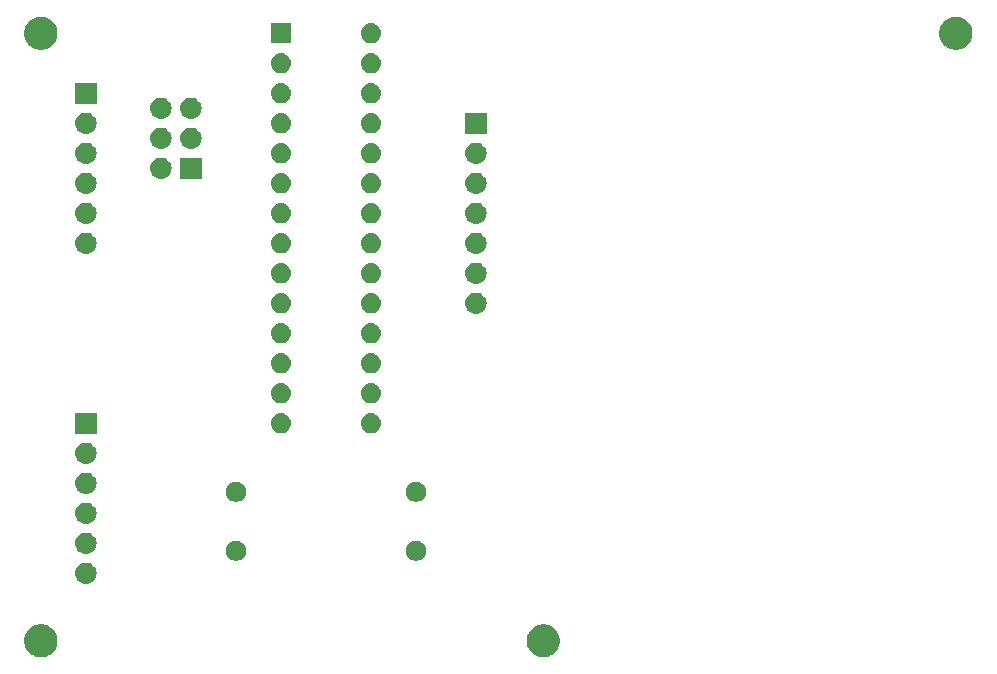
<source format=gbr>
G04 #@! TF.GenerationSoftware,KiCad,Pcbnew,5.1.4-3.fc30*
G04 #@! TF.CreationDate,2019-09-02T15:34:34-07:00*
G04 #@! TF.ProjectId,AR_20_JW_Rev2,41525f32-305f-44a5-975f-526576322e6b,rev?*
G04 #@! TF.SameCoordinates,Original*
G04 #@! TF.FileFunction,Soldermask,Bot*
G04 #@! TF.FilePolarity,Negative*
%FSLAX46Y46*%
G04 Gerber Fmt 4.6, Leading zero omitted, Abs format (unit mm)*
G04 Created by KiCad (PCBNEW 5.1.4-3.fc30) date 2019-09-02 15:34:34*
%MOMM*%
%LPD*%
G04 APERTURE LIST*
%ADD10C,0.100000*%
G04 APERTURE END LIST*
D10*
G36*
X150178433Y-124999893D02*
G01*
X150268657Y-125017839D01*
X150374267Y-125061585D01*
X150523621Y-125123449D01*
X150523622Y-125123450D01*
X150753086Y-125276772D01*
X150948228Y-125471914D01*
X151050675Y-125625237D01*
X151101551Y-125701379D01*
X151207161Y-125956344D01*
X151261000Y-126227012D01*
X151261000Y-126502988D01*
X151207161Y-126773656D01*
X151101551Y-127028621D01*
X151101550Y-127028622D01*
X150948228Y-127258086D01*
X150753086Y-127453228D01*
X150599763Y-127555675D01*
X150523621Y-127606551D01*
X150374267Y-127668415D01*
X150268657Y-127712161D01*
X150178433Y-127730107D01*
X149997988Y-127766000D01*
X149722012Y-127766000D01*
X149541567Y-127730107D01*
X149451343Y-127712161D01*
X149345733Y-127668415D01*
X149196379Y-127606551D01*
X149120237Y-127555675D01*
X148966914Y-127453228D01*
X148771772Y-127258086D01*
X148618450Y-127028622D01*
X148618449Y-127028621D01*
X148512839Y-126773656D01*
X148459000Y-126502988D01*
X148459000Y-126227012D01*
X148512839Y-125956344D01*
X148618449Y-125701379D01*
X148669325Y-125625237D01*
X148771772Y-125471914D01*
X148966914Y-125276772D01*
X149196378Y-125123450D01*
X149196379Y-125123449D01*
X149345733Y-125061585D01*
X149451343Y-125017839D01*
X149541567Y-124999893D01*
X149722012Y-124964000D01*
X149997988Y-124964000D01*
X150178433Y-124999893D01*
X150178433Y-124999893D01*
G37*
G36*
X107633433Y-124999893D02*
G01*
X107723657Y-125017839D01*
X107829267Y-125061585D01*
X107978621Y-125123449D01*
X107978622Y-125123450D01*
X108208086Y-125276772D01*
X108403228Y-125471914D01*
X108505675Y-125625237D01*
X108556551Y-125701379D01*
X108662161Y-125956344D01*
X108716000Y-126227012D01*
X108716000Y-126502988D01*
X108662161Y-126773656D01*
X108556551Y-127028621D01*
X108556550Y-127028622D01*
X108403228Y-127258086D01*
X108208086Y-127453228D01*
X108054763Y-127555675D01*
X107978621Y-127606551D01*
X107829267Y-127668415D01*
X107723657Y-127712161D01*
X107633433Y-127730107D01*
X107452988Y-127766000D01*
X107177012Y-127766000D01*
X106996567Y-127730107D01*
X106906343Y-127712161D01*
X106800733Y-127668415D01*
X106651379Y-127606551D01*
X106575237Y-127555675D01*
X106421914Y-127453228D01*
X106226772Y-127258086D01*
X106073450Y-127028622D01*
X106073449Y-127028621D01*
X105967839Y-126773656D01*
X105914000Y-126502988D01*
X105914000Y-126227012D01*
X105967839Y-125956344D01*
X106073449Y-125701379D01*
X106124325Y-125625237D01*
X106226772Y-125471914D01*
X106421914Y-125276772D01*
X106651378Y-125123450D01*
X106651379Y-125123449D01*
X106800733Y-125061585D01*
X106906343Y-125017839D01*
X106996567Y-124999893D01*
X107177012Y-124964000D01*
X107452988Y-124964000D01*
X107633433Y-124999893D01*
X107633433Y-124999893D01*
G37*
G36*
X111235442Y-119755518D02*
G01*
X111301627Y-119762037D01*
X111471466Y-119813557D01*
X111627991Y-119897222D01*
X111663729Y-119926552D01*
X111765186Y-120009814D01*
X111848448Y-120111271D01*
X111877778Y-120147009D01*
X111961443Y-120303534D01*
X112012963Y-120473373D01*
X112030359Y-120650000D01*
X112012963Y-120826627D01*
X111961443Y-120996466D01*
X111877778Y-121152991D01*
X111848448Y-121188729D01*
X111765186Y-121290186D01*
X111663729Y-121373448D01*
X111627991Y-121402778D01*
X111471466Y-121486443D01*
X111301627Y-121537963D01*
X111235443Y-121544481D01*
X111169260Y-121551000D01*
X111080740Y-121551000D01*
X111014557Y-121544481D01*
X110948373Y-121537963D01*
X110778534Y-121486443D01*
X110622009Y-121402778D01*
X110586271Y-121373448D01*
X110484814Y-121290186D01*
X110401552Y-121188729D01*
X110372222Y-121152991D01*
X110288557Y-120996466D01*
X110237037Y-120826627D01*
X110219641Y-120650000D01*
X110237037Y-120473373D01*
X110288557Y-120303534D01*
X110372222Y-120147009D01*
X110401552Y-120111271D01*
X110484814Y-120009814D01*
X110586271Y-119926552D01*
X110622009Y-119897222D01*
X110778534Y-119813557D01*
X110948373Y-119762037D01*
X111014558Y-119755518D01*
X111080740Y-119749000D01*
X111169260Y-119749000D01*
X111235442Y-119755518D01*
X111235442Y-119755518D01*
G37*
G36*
X124073228Y-117926703D02*
G01*
X124228100Y-117990853D01*
X124367481Y-118083985D01*
X124486015Y-118202519D01*
X124579147Y-118341900D01*
X124643297Y-118496772D01*
X124676000Y-118661184D01*
X124676000Y-118828816D01*
X124643297Y-118993228D01*
X124579147Y-119148100D01*
X124486015Y-119287481D01*
X124367481Y-119406015D01*
X124228100Y-119499147D01*
X124073228Y-119563297D01*
X123908816Y-119596000D01*
X123741184Y-119596000D01*
X123576772Y-119563297D01*
X123421900Y-119499147D01*
X123282519Y-119406015D01*
X123163985Y-119287481D01*
X123070853Y-119148100D01*
X123006703Y-118993228D01*
X122974000Y-118828816D01*
X122974000Y-118661184D01*
X123006703Y-118496772D01*
X123070853Y-118341900D01*
X123163985Y-118202519D01*
X123282519Y-118083985D01*
X123421900Y-117990853D01*
X123576772Y-117926703D01*
X123741184Y-117894000D01*
X123908816Y-117894000D01*
X124073228Y-117926703D01*
X124073228Y-117926703D01*
G37*
G36*
X139313228Y-117926703D02*
G01*
X139468100Y-117990853D01*
X139607481Y-118083985D01*
X139726015Y-118202519D01*
X139819147Y-118341900D01*
X139883297Y-118496772D01*
X139916000Y-118661184D01*
X139916000Y-118828816D01*
X139883297Y-118993228D01*
X139819147Y-119148100D01*
X139726015Y-119287481D01*
X139607481Y-119406015D01*
X139468100Y-119499147D01*
X139313228Y-119563297D01*
X139148816Y-119596000D01*
X138981184Y-119596000D01*
X138816772Y-119563297D01*
X138661900Y-119499147D01*
X138522519Y-119406015D01*
X138403985Y-119287481D01*
X138310853Y-119148100D01*
X138246703Y-118993228D01*
X138214000Y-118828816D01*
X138214000Y-118661184D01*
X138246703Y-118496772D01*
X138310853Y-118341900D01*
X138403985Y-118202519D01*
X138522519Y-118083985D01*
X138661900Y-117990853D01*
X138816772Y-117926703D01*
X138981184Y-117894000D01*
X139148816Y-117894000D01*
X139313228Y-117926703D01*
X139313228Y-117926703D01*
G37*
G36*
X111235443Y-117215519D02*
G01*
X111301627Y-117222037D01*
X111471466Y-117273557D01*
X111627991Y-117357222D01*
X111663729Y-117386552D01*
X111765186Y-117469814D01*
X111848448Y-117571271D01*
X111877778Y-117607009D01*
X111961443Y-117763534D01*
X112012963Y-117933373D01*
X112030359Y-118110000D01*
X112012963Y-118286627D01*
X111961443Y-118456466D01*
X111877778Y-118612991D01*
X111848448Y-118648729D01*
X111765186Y-118750186D01*
X111669375Y-118828815D01*
X111627991Y-118862778D01*
X111471466Y-118946443D01*
X111301627Y-118997963D01*
X111235443Y-119004481D01*
X111169260Y-119011000D01*
X111080740Y-119011000D01*
X111014557Y-119004481D01*
X110948373Y-118997963D01*
X110778534Y-118946443D01*
X110622009Y-118862778D01*
X110580625Y-118828815D01*
X110484814Y-118750186D01*
X110401552Y-118648729D01*
X110372222Y-118612991D01*
X110288557Y-118456466D01*
X110237037Y-118286627D01*
X110219641Y-118110000D01*
X110237037Y-117933373D01*
X110288557Y-117763534D01*
X110372222Y-117607009D01*
X110401552Y-117571271D01*
X110484814Y-117469814D01*
X110586271Y-117386552D01*
X110622009Y-117357222D01*
X110778534Y-117273557D01*
X110948373Y-117222037D01*
X111014557Y-117215519D01*
X111080740Y-117209000D01*
X111169260Y-117209000D01*
X111235443Y-117215519D01*
X111235443Y-117215519D01*
G37*
G36*
X111235443Y-114675519D02*
G01*
X111301627Y-114682037D01*
X111471466Y-114733557D01*
X111627991Y-114817222D01*
X111663729Y-114846552D01*
X111765186Y-114929814D01*
X111848448Y-115031271D01*
X111877778Y-115067009D01*
X111961443Y-115223534D01*
X112012963Y-115393373D01*
X112030359Y-115570000D01*
X112012963Y-115746627D01*
X111961443Y-115916466D01*
X111877778Y-116072991D01*
X111848448Y-116108729D01*
X111765186Y-116210186D01*
X111663729Y-116293448D01*
X111627991Y-116322778D01*
X111471466Y-116406443D01*
X111301627Y-116457963D01*
X111235442Y-116464482D01*
X111169260Y-116471000D01*
X111080740Y-116471000D01*
X111014558Y-116464482D01*
X110948373Y-116457963D01*
X110778534Y-116406443D01*
X110622009Y-116322778D01*
X110586271Y-116293448D01*
X110484814Y-116210186D01*
X110401552Y-116108729D01*
X110372222Y-116072991D01*
X110288557Y-115916466D01*
X110237037Y-115746627D01*
X110219641Y-115570000D01*
X110237037Y-115393373D01*
X110288557Y-115223534D01*
X110372222Y-115067009D01*
X110401552Y-115031271D01*
X110484814Y-114929814D01*
X110586271Y-114846552D01*
X110622009Y-114817222D01*
X110778534Y-114733557D01*
X110948373Y-114682037D01*
X111014557Y-114675519D01*
X111080740Y-114669000D01*
X111169260Y-114669000D01*
X111235443Y-114675519D01*
X111235443Y-114675519D01*
G37*
G36*
X124073228Y-112926703D02*
G01*
X124228100Y-112990853D01*
X124367481Y-113083985D01*
X124486015Y-113202519D01*
X124579147Y-113341900D01*
X124643297Y-113496772D01*
X124676000Y-113661184D01*
X124676000Y-113828816D01*
X124643297Y-113993228D01*
X124579147Y-114148100D01*
X124486015Y-114287481D01*
X124367481Y-114406015D01*
X124228100Y-114499147D01*
X124073228Y-114563297D01*
X123908816Y-114596000D01*
X123741184Y-114596000D01*
X123576772Y-114563297D01*
X123421900Y-114499147D01*
X123282519Y-114406015D01*
X123163985Y-114287481D01*
X123070853Y-114148100D01*
X123006703Y-113993228D01*
X122974000Y-113828816D01*
X122974000Y-113661184D01*
X123006703Y-113496772D01*
X123070853Y-113341900D01*
X123163985Y-113202519D01*
X123282519Y-113083985D01*
X123421900Y-112990853D01*
X123576772Y-112926703D01*
X123741184Y-112894000D01*
X123908816Y-112894000D01*
X124073228Y-112926703D01*
X124073228Y-112926703D01*
G37*
G36*
X139313228Y-112926703D02*
G01*
X139468100Y-112990853D01*
X139607481Y-113083985D01*
X139726015Y-113202519D01*
X139819147Y-113341900D01*
X139883297Y-113496772D01*
X139916000Y-113661184D01*
X139916000Y-113828816D01*
X139883297Y-113993228D01*
X139819147Y-114148100D01*
X139726015Y-114287481D01*
X139607481Y-114406015D01*
X139468100Y-114499147D01*
X139313228Y-114563297D01*
X139148816Y-114596000D01*
X138981184Y-114596000D01*
X138816772Y-114563297D01*
X138661900Y-114499147D01*
X138522519Y-114406015D01*
X138403985Y-114287481D01*
X138310853Y-114148100D01*
X138246703Y-113993228D01*
X138214000Y-113828816D01*
X138214000Y-113661184D01*
X138246703Y-113496772D01*
X138310853Y-113341900D01*
X138403985Y-113202519D01*
X138522519Y-113083985D01*
X138661900Y-112990853D01*
X138816772Y-112926703D01*
X138981184Y-112894000D01*
X139148816Y-112894000D01*
X139313228Y-112926703D01*
X139313228Y-112926703D01*
G37*
G36*
X111235443Y-112135519D02*
G01*
X111301627Y-112142037D01*
X111471466Y-112193557D01*
X111627991Y-112277222D01*
X111663729Y-112306552D01*
X111765186Y-112389814D01*
X111848448Y-112491271D01*
X111877778Y-112527009D01*
X111961443Y-112683534D01*
X112012963Y-112853373D01*
X112030359Y-113030000D01*
X112012963Y-113206627D01*
X111961443Y-113376466D01*
X111877778Y-113532991D01*
X111848448Y-113568729D01*
X111765186Y-113670186D01*
X111663729Y-113753448D01*
X111627991Y-113782778D01*
X111627989Y-113782779D01*
X111541863Y-113828815D01*
X111471466Y-113866443D01*
X111301627Y-113917963D01*
X111235443Y-113924481D01*
X111169260Y-113931000D01*
X111080740Y-113931000D01*
X111014557Y-113924481D01*
X110948373Y-113917963D01*
X110778534Y-113866443D01*
X110708138Y-113828815D01*
X110622011Y-113782779D01*
X110622009Y-113782778D01*
X110586271Y-113753448D01*
X110484814Y-113670186D01*
X110401552Y-113568729D01*
X110372222Y-113532991D01*
X110288557Y-113376466D01*
X110237037Y-113206627D01*
X110219641Y-113030000D01*
X110237037Y-112853373D01*
X110288557Y-112683534D01*
X110372222Y-112527009D01*
X110401552Y-112491271D01*
X110484814Y-112389814D01*
X110586271Y-112306552D01*
X110622009Y-112277222D01*
X110778534Y-112193557D01*
X110948373Y-112142037D01*
X111014557Y-112135519D01*
X111080740Y-112129000D01*
X111169260Y-112129000D01*
X111235443Y-112135519D01*
X111235443Y-112135519D01*
G37*
G36*
X111235442Y-109595518D02*
G01*
X111301627Y-109602037D01*
X111471466Y-109653557D01*
X111627991Y-109737222D01*
X111663729Y-109766552D01*
X111765186Y-109849814D01*
X111848448Y-109951271D01*
X111877778Y-109987009D01*
X111961443Y-110143534D01*
X112012963Y-110313373D01*
X112030359Y-110490000D01*
X112012963Y-110666627D01*
X111961443Y-110836466D01*
X111877778Y-110992991D01*
X111848448Y-111028729D01*
X111765186Y-111130186D01*
X111663729Y-111213448D01*
X111627991Y-111242778D01*
X111471466Y-111326443D01*
X111301627Y-111377963D01*
X111235443Y-111384481D01*
X111169260Y-111391000D01*
X111080740Y-111391000D01*
X111014557Y-111384481D01*
X110948373Y-111377963D01*
X110778534Y-111326443D01*
X110622009Y-111242778D01*
X110586271Y-111213448D01*
X110484814Y-111130186D01*
X110401552Y-111028729D01*
X110372222Y-110992991D01*
X110288557Y-110836466D01*
X110237037Y-110666627D01*
X110219641Y-110490000D01*
X110237037Y-110313373D01*
X110288557Y-110143534D01*
X110372222Y-109987009D01*
X110401552Y-109951271D01*
X110484814Y-109849814D01*
X110586271Y-109766552D01*
X110622009Y-109737222D01*
X110778534Y-109653557D01*
X110948373Y-109602037D01*
X111014558Y-109595518D01*
X111080740Y-109589000D01*
X111169260Y-109589000D01*
X111235442Y-109595518D01*
X111235442Y-109595518D01*
G37*
G36*
X112026000Y-108851000D02*
G01*
X110224000Y-108851000D01*
X110224000Y-107049000D01*
X112026000Y-107049000D01*
X112026000Y-108851000D01*
X112026000Y-108851000D01*
G37*
G36*
X135421823Y-107111313D02*
G01*
X135582242Y-107159976D01*
X135714906Y-107230886D01*
X135730078Y-107238996D01*
X135859659Y-107345341D01*
X135966004Y-107474922D01*
X135966005Y-107474924D01*
X136045024Y-107622758D01*
X136093687Y-107783177D01*
X136110117Y-107950000D01*
X136093687Y-108116823D01*
X136045024Y-108277242D01*
X135974114Y-108409906D01*
X135966004Y-108425078D01*
X135859659Y-108554659D01*
X135730078Y-108661004D01*
X135730076Y-108661005D01*
X135582242Y-108740024D01*
X135421823Y-108788687D01*
X135296804Y-108801000D01*
X135213196Y-108801000D01*
X135088177Y-108788687D01*
X134927758Y-108740024D01*
X134779924Y-108661005D01*
X134779922Y-108661004D01*
X134650341Y-108554659D01*
X134543996Y-108425078D01*
X134535886Y-108409906D01*
X134464976Y-108277242D01*
X134416313Y-108116823D01*
X134399883Y-107950000D01*
X134416313Y-107783177D01*
X134464976Y-107622758D01*
X134543995Y-107474924D01*
X134543996Y-107474922D01*
X134650341Y-107345341D01*
X134779922Y-107238996D01*
X134795094Y-107230886D01*
X134927758Y-107159976D01*
X135088177Y-107111313D01*
X135213196Y-107099000D01*
X135296804Y-107099000D01*
X135421823Y-107111313D01*
X135421823Y-107111313D01*
G37*
G36*
X127801823Y-107111313D02*
G01*
X127962242Y-107159976D01*
X128094906Y-107230886D01*
X128110078Y-107238996D01*
X128239659Y-107345341D01*
X128346004Y-107474922D01*
X128346005Y-107474924D01*
X128425024Y-107622758D01*
X128473687Y-107783177D01*
X128490117Y-107950000D01*
X128473687Y-108116823D01*
X128425024Y-108277242D01*
X128354114Y-108409906D01*
X128346004Y-108425078D01*
X128239659Y-108554659D01*
X128110078Y-108661004D01*
X128110076Y-108661005D01*
X127962242Y-108740024D01*
X127801823Y-108788687D01*
X127676804Y-108801000D01*
X127593196Y-108801000D01*
X127468177Y-108788687D01*
X127307758Y-108740024D01*
X127159924Y-108661005D01*
X127159922Y-108661004D01*
X127030341Y-108554659D01*
X126923996Y-108425078D01*
X126915886Y-108409906D01*
X126844976Y-108277242D01*
X126796313Y-108116823D01*
X126779883Y-107950000D01*
X126796313Y-107783177D01*
X126844976Y-107622758D01*
X126923995Y-107474924D01*
X126923996Y-107474922D01*
X127030341Y-107345341D01*
X127159922Y-107238996D01*
X127175094Y-107230886D01*
X127307758Y-107159976D01*
X127468177Y-107111313D01*
X127593196Y-107099000D01*
X127676804Y-107099000D01*
X127801823Y-107111313D01*
X127801823Y-107111313D01*
G37*
G36*
X135421823Y-104571313D02*
G01*
X135582242Y-104619976D01*
X135714906Y-104690886D01*
X135730078Y-104698996D01*
X135859659Y-104805341D01*
X135966004Y-104934922D01*
X135966005Y-104934924D01*
X136045024Y-105082758D01*
X136093687Y-105243177D01*
X136110117Y-105410000D01*
X136093687Y-105576823D01*
X136045024Y-105737242D01*
X135974114Y-105869906D01*
X135966004Y-105885078D01*
X135859659Y-106014659D01*
X135730078Y-106121004D01*
X135730076Y-106121005D01*
X135582242Y-106200024D01*
X135421823Y-106248687D01*
X135296804Y-106261000D01*
X135213196Y-106261000D01*
X135088177Y-106248687D01*
X134927758Y-106200024D01*
X134779924Y-106121005D01*
X134779922Y-106121004D01*
X134650341Y-106014659D01*
X134543996Y-105885078D01*
X134535886Y-105869906D01*
X134464976Y-105737242D01*
X134416313Y-105576823D01*
X134399883Y-105410000D01*
X134416313Y-105243177D01*
X134464976Y-105082758D01*
X134543995Y-104934924D01*
X134543996Y-104934922D01*
X134650341Y-104805341D01*
X134779922Y-104698996D01*
X134795094Y-104690886D01*
X134927758Y-104619976D01*
X135088177Y-104571313D01*
X135213196Y-104559000D01*
X135296804Y-104559000D01*
X135421823Y-104571313D01*
X135421823Y-104571313D01*
G37*
G36*
X127801823Y-104571313D02*
G01*
X127962242Y-104619976D01*
X128094906Y-104690886D01*
X128110078Y-104698996D01*
X128239659Y-104805341D01*
X128346004Y-104934922D01*
X128346005Y-104934924D01*
X128425024Y-105082758D01*
X128473687Y-105243177D01*
X128490117Y-105410000D01*
X128473687Y-105576823D01*
X128425024Y-105737242D01*
X128354114Y-105869906D01*
X128346004Y-105885078D01*
X128239659Y-106014659D01*
X128110078Y-106121004D01*
X128110076Y-106121005D01*
X127962242Y-106200024D01*
X127801823Y-106248687D01*
X127676804Y-106261000D01*
X127593196Y-106261000D01*
X127468177Y-106248687D01*
X127307758Y-106200024D01*
X127159924Y-106121005D01*
X127159922Y-106121004D01*
X127030341Y-106014659D01*
X126923996Y-105885078D01*
X126915886Y-105869906D01*
X126844976Y-105737242D01*
X126796313Y-105576823D01*
X126779883Y-105410000D01*
X126796313Y-105243177D01*
X126844976Y-105082758D01*
X126923995Y-104934924D01*
X126923996Y-104934922D01*
X127030341Y-104805341D01*
X127159922Y-104698996D01*
X127175094Y-104690886D01*
X127307758Y-104619976D01*
X127468177Y-104571313D01*
X127593196Y-104559000D01*
X127676804Y-104559000D01*
X127801823Y-104571313D01*
X127801823Y-104571313D01*
G37*
G36*
X127801823Y-102031313D02*
G01*
X127962242Y-102079976D01*
X128094906Y-102150886D01*
X128110078Y-102158996D01*
X128239659Y-102265341D01*
X128346004Y-102394922D01*
X128346005Y-102394924D01*
X128425024Y-102542758D01*
X128473687Y-102703177D01*
X128490117Y-102870000D01*
X128473687Y-103036823D01*
X128425024Y-103197242D01*
X128354114Y-103329906D01*
X128346004Y-103345078D01*
X128239659Y-103474659D01*
X128110078Y-103581004D01*
X128110076Y-103581005D01*
X127962242Y-103660024D01*
X127801823Y-103708687D01*
X127676804Y-103721000D01*
X127593196Y-103721000D01*
X127468177Y-103708687D01*
X127307758Y-103660024D01*
X127159924Y-103581005D01*
X127159922Y-103581004D01*
X127030341Y-103474659D01*
X126923996Y-103345078D01*
X126915886Y-103329906D01*
X126844976Y-103197242D01*
X126796313Y-103036823D01*
X126779883Y-102870000D01*
X126796313Y-102703177D01*
X126844976Y-102542758D01*
X126923995Y-102394924D01*
X126923996Y-102394922D01*
X127030341Y-102265341D01*
X127159922Y-102158996D01*
X127175094Y-102150886D01*
X127307758Y-102079976D01*
X127468177Y-102031313D01*
X127593196Y-102019000D01*
X127676804Y-102019000D01*
X127801823Y-102031313D01*
X127801823Y-102031313D01*
G37*
G36*
X135421823Y-102031313D02*
G01*
X135582242Y-102079976D01*
X135714906Y-102150886D01*
X135730078Y-102158996D01*
X135859659Y-102265341D01*
X135966004Y-102394922D01*
X135966005Y-102394924D01*
X136045024Y-102542758D01*
X136093687Y-102703177D01*
X136110117Y-102870000D01*
X136093687Y-103036823D01*
X136045024Y-103197242D01*
X135974114Y-103329906D01*
X135966004Y-103345078D01*
X135859659Y-103474659D01*
X135730078Y-103581004D01*
X135730076Y-103581005D01*
X135582242Y-103660024D01*
X135421823Y-103708687D01*
X135296804Y-103721000D01*
X135213196Y-103721000D01*
X135088177Y-103708687D01*
X134927758Y-103660024D01*
X134779924Y-103581005D01*
X134779922Y-103581004D01*
X134650341Y-103474659D01*
X134543996Y-103345078D01*
X134535886Y-103329906D01*
X134464976Y-103197242D01*
X134416313Y-103036823D01*
X134399883Y-102870000D01*
X134416313Y-102703177D01*
X134464976Y-102542758D01*
X134543995Y-102394924D01*
X134543996Y-102394922D01*
X134650341Y-102265341D01*
X134779922Y-102158996D01*
X134795094Y-102150886D01*
X134927758Y-102079976D01*
X135088177Y-102031313D01*
X135213196Y-102019000D01*
X135296804Y-102019000D01*
X135421823Y-102031313D01*
X135421823Y-102031313D01*
G37*
G36*
X127801823Y-99491313D02*
G01*
X127962242Y-99539976D01*
X128094906Y-99610886D01*
X128110078Y-99618996D01*
X128239659Y-99725341D01*
X128346004Y-99854922D01*
X128346005Y-99854924D01*
X128425024Y-100002758D01*
X128473687Y-100163177D01*
X128490117Y-100330000D01*
X128473687Y-100496823D01*
X128425024Y-100657242D01*
X128354114Y-100789906D01*
X128346004Y-100805078D01*
X128239659Y-100934659D01*
X128110078Y-101041004D01*
X128110076Y-101041005D01*
X127962242Y-101120024D01*
X127801823Y-101168687D01*
X127676804Y-101181000D01*
X127593196Y-101181000D01*
X127468177Y-101168687D01*
X127307758Y-101120024D01*
X127159924Y-101041005D01*
X127159922Y-101041004D01*
X127030341Y-100934659D01*
X126923996Y-100805078D01*
X126915886Y-100789906D01*
X126844976Y-100657242D01*
X126796313Y-100496823D01*
X126779883Y-100330000D01*
X126796313Y-100163177D01*
X126844976Y-100002758D01*
X126923995Y-99854924D01*
X126923996Y-99854922D01*
X127030341Y-99725341D01*
X127159922Y-99618996D01*
X127175094Y-99610886D01*
X127307758Y-99539976D01*
X127468177Y-99491313D01*
X127593196Y-99479000D01*
X127676804Y-99479000D01*
X127801823Y-99491313D01*
X127801823Y-99491313D01*
G37*
G36*
X135421823Y-99491313D02*
G01*
X135582242Y-99539976D01*
X135714906Y-99610886D01*
X135730078Y-99618996D01*
X135859659Y-99725341D01*
X135966004Y-99854922D01*
X135966005Y-99854924D01*
X136045024Y-100002758D01*
X136093687Y-100163177D01*
X136110117Y-100330000D01*
X136093687Y-100496823D01*
X136045024Y-100657242D01*
X135974114Y-100789906D01*
X135966004Y-100805078D01*
X135859659Y-100934659D01*
X135730078Y-101041004D01*
X135730076Y-101041005D01*
X135582242Y-101120024D01*
X135421823Y-101168687D01*
X135296804Y-101181000D01*
X135213196Y-101181000D01*
X135088177Y-101168687D01*
X134927758Y-101120024D01*
X134779924Y-101041005D01*
X134779922Y-101041004D01*
X134650341Y-100934659D01*
X134543996Y-100805078D01*
X134535886Y-100789906D01*
X134464976Y-100657242D01*
X134416313Y-100496823D01*
X134399883Y-100330000D01*
X134416313Y-100163177D01*
X134464976Y-100002758D01*
X134543995Y-99854924D01*
X134543996Y-99854922D01*
X134650341Y-99725341D01*
X134779922Y-99618996D01*
X134795094Y-99610886D01*
X134927758Y-99539976D01*
X135088177Y-99491313D01*
X135213196Y-99479000D01*
X135296804Y-99479000D01*
X135421823Y-99491313D01*
X135421823Y-99491313D01*
G37*
G36*
X144255442Y-96895518D02*
G01*
X144321627Y-96902037D01*
X144491466Y-96953557D01*
X144647991Y-97037222D01*
X144683729Y-97066552D01*
X144785186Y-97149814D01*
X144868448Y-97251271D01*
X144897778Y-97287009D01*
X144981443Y-97443534D01*
X145032963Y-97613373D01*
X145050359Y-97790000D01*
X145032963Y-97966627D01*
X144981443Y-98136466D01*
X144897778Y-98292991D01*
X144868448Y-98328729D01*
X144785186Y-98430186D01*
X144683729Y-98513448D01*
X144647991Y-98542778D01*
X144491466Y-98626443D01*
X144321627Y-98677963D01*
X144255442Y-98684482D01*
X144189260Y-98691000D01*
X144100740Y-98691000D01*
X144034558Y-98684482D01*
X143968373Y-98677963D01*
X143798534Y-98626443D01*
X143642009Y-98542778D01*
X143606271Y-98513448D01*
X143504814Y-98430186D01*
X143421552Y-98328729D01*
X143392222Y-98292991D01*
X143308557Y-98136466D01*
X143257037Y-97966627D01*
X143239641Y-97790000D01*
X143257037Y-97613373D01*
X143308557Y-97443534D01*
X143392222Y-97287009D01*
X143421552Y-97251271D01*
X143504814Y-97149814D01*
X143606271Y-97066552D01*
X143642009Y-97037222D01*
X143798534Y-96953557D01*
X143968373Y-96902037D01*
X144034558Y-96895518D01*
X144100740Y-96889000D01*
X144189260Y-96889000D01*
X144255442Y-96895518D01*
X144255442Y-96895518D01*
G37*
G36*
X127801823Y-96951313D02*
G01*
X127962242Y-96999976D01*
X128031922Y-97037221D01*
X128110078Y-97078996D01*
X128239659Y-97185341D01*
X128346004Y-97314922D01*
X128346005Y-97314924D01*
X128425024Y-97462758D01*
X128473687Y-97623177D01*
X128490117Y-97790000D01*
X128473687Y-97956823D01*
X128425024Y-98117242D01*
X128414747Y-98136468D01*
X128346004Y-98265078D01*
X128239659Y-98394659D01*
X128110078Y-98501004D01*
X128110076Y-98501005D01*
X127962242Y-98580024D01*
X127801823Y-98628687D01*
X127676804Y-98641000D01*
X127593196Y-98641000D01*
X127468177Y-98628687D01*
X127307758Y-98580024D01*
X127159924Y-98501005D01*
X127159922Y-98501004D01*
X127030341Y-98394659D01*
X126923996Y-98265078D01*
X126855253Y-98136468D01*
X126844976Y-98117242D01*
X126796313Y-97956823D01*
X126779883Y-97790000D01*
X126796313Y-97623177D01*
X126844976Y-97462758D01*
X126923995Y-97314924D01*
X126923996Y-97314922D01*
X127030341Y-97185341D01*
X127159922Y-97078996D01*
X127238078Y-97037221D01*
X127307758Y-96999976D01*
X127468177Y-96951313D01*
X127593196Y-96939000D01*
X127676804Y-96939000D01*
X127801823Y-96951313D01*
X127801823Y-96951313D01*
G37*
G36*
X135421823Y-96951313D02*
G01*
X135582242Y-96999976D01*
X135651922Y-97037221D01*
X135730078Y-97078996D01*
X135859659Y-97185341D01*
X135966004Y-97314922D01*
X135966005Y-97314924D01*
X136045024Y-97462758D01*
X136093687Y-97623177D01*
X136110117Y-97790000D01*
X136093687Y-97956823D01*
X136045024Y-98117242D01*
X136034747Y-98136468D01*
X135966004Y-98265078D01*
X135859659Y-98394659D01*
X135730078Y-98501004D01*
X135730076Y-98501005D01*
X135582242Y-98580024D01*
X135421823Y-98628687D01*
X135296804Y-98641000D01*
X135213196Y-98641000D01*
X135088177Y-98628687D01*
X134927758Y-98580024D01*
X134779924Y-98501005D01*
X134779922Y-98501004D01*
X134650341Y-98394659D01*
X134543996Y-98265078D01*
X134475253Y-98136468D01*
X134464976Y-98117242D01*
X134416313Y-97956823D01*
X134399883Y-97790000D01*
X134416313Y-97623177D01*
X134464976Y-97462758D01*
X134543995Y-97314924D01*
X134543996Y-97314922D01*
X134650341Y-97185341D01*
X134779922Y-97078996D01*
X134858078Y-97037221D01*
X134927758Y-96999976D01*
X135088177Y-96951313D01*
X135213196Y-96939000D01*
X135296804Y-96939000D01*
X135421823Y-96951313D01*
X135421823Y-96951313D01*
G37*
G36*
X144255442Y-94355518D02*
G01*
X144321627Y-94362037D01*
X144491466Y-94413557D01*
X144647991Y-94497222D01*
X144683729Y-94526552D01*
X144785186Y-94609814D01*
X144868448Y-94711271D01*
X144897778Y-94747009D01*
X144981443Y-94903534D01*
X145032963Y-95073373D01*
X145050359Y-95250000D01*
X145032963Y-95426627D01*
X144981443Y-95596466D01*
X144897778Y-95752991D01*
X144868448Y-95788729D01*
X144785186Y-95890186D01*
X144683729Y-95973448D01*
X144647991Y-96002778D01*
X144491466Y-96086443D01*
X144321627Y-96137963D01*
X144255443Y-96144481D01*
X144189260Y-96151000D01*
X144100740Y-96151000D01*
X144034558Y-96144482D01*
X143968373Y-96137963D01*
X143798534Y-96086443D01*
X143642009Y-96002778D01*
X143606271Y-95973448D01*
X143504814Y-95890186D01*
X143421552Y-95788729D01*
X143392222Y-95752991D01*
X143308557Y-95596466D01*
X143257037Y-95426627D01*
X143239641Y-95250000D01*
X143257037Y-95073373D01*
X143308557Y-94903534D01*
X143392222Y-94747009D01*
X143421552Y-94711271D01*
X143504814Y-94609814D01*
X143606271Y-94526552D01*
X143642009Y-94497222D01*
X143798534Y-94413557D01*
X143968373Y-94362037D01*
X144034557Y-94355519D01*
X144100740Y-94349000D01*
X144189260Y-94349000D01*
X144255442Y-94355518D01*
X144255442Y-94355518D01*
G37*
G36*
X135421823Y-94411313D02*
G01*
X135582242Y-94459976D01*
X135651922Y-94497221D01*
X135730078Y-94538996D01*
X135859659Y-94645341D01*
X135966004Y-94774922D01*
X135966005Y-94774924D01*
X136045024Y-94922758D01*
X136093687Y-95083177D01*
X136110117Y-95250000D01*
X136093687Y-95416823D01*
X136045024Y-95577242D01*
X136034747Y-95596468D01*
X135966004Y-95725078D01*
X135859659Y-95854659D01*
X135730078Y-95961004D01*
X135730076Y-95961005D01*
X135582242Y-96040024D01*
X135421823Y-96088687D01*
X135296804Y-96101000D01*
X135213196Y-96101000D01*
X135088177Y-96088687D01*
X134927758Y-96040024D01*
X134779924Y-95961005D01*
X134779922Y-95961004D01*
X134650341Y-95854659D01*
X134543996Y-95725078D01*
X134475253Y-95596468D01*
X134464976Y-95577242D01*
X134416313Y-95416823D01*
X134399883Y-95250000D01*
X134416313Y-95083177D01*
X134464976Y-94922758D01*
X134543995Y-94774924D01*
X134543996Y-94774922D01*
X134650341Y-94645341D01*
X134779922Y-94538996D01*
X134858078Y-94497221D01*
X134927758Y-94459976D01*
X135088177Y-94411313D01*
X135213196Y-94399000D01*
X135296804Y-94399000D01*
X135421823Y-94411313D01*
X135421823Y-94411313D01*
G37*
G36*
X127801823Y-94411313D02*
G01*
X127962242Y-94459976D01*
X128031922Y-94497221D01*
X128110078Y-94538996D01*
X128239659Y-94645341D01*
X128346004Y-94774922D01*
X128346005Y-94774924D01*
X128425024Y-94922758D01*
X128473687Y-95083177D01*
X128490117Y-95250000D01*
X128473687Y-95416823D01*
X128425024Y-95577242D01*
X128414747Y-95596468D01*
X128346004Y-95725078D01*
X128239659Y-95854659D01*
X128110078Y-95961004D01*
X128110076Y-95961005D01*
X127962242Y-96040024D01*
X127801823Y-96088687D01*
X127676804Y-96101000D01*
X127593196Y-96101000D01*
X127468177Y-96088687D01*
X127307758Y-96040024D01*
X127159924Y-95961005D01*
X127159922Y-95961004D01*
X127030341Y-95854659D01*
X126923996Y-95725078D01*
X126855253Y-95596468D01*
X126844976Y-95577242D01*
X126796313Y-95416823D01*
X126779883Y-95250000D01*
X126796313Y-95083177D01*
X126844976Y-94922758D01*
X126923995Y-94774924D01*
X126923996Y-94774922D01*
X127030341Y-94645341D01*
X127159922Y-94538996D01*
X127238078Y-94497221D01*
X127307758Y-94459976D01*
X127468177Y-94411313D01*
X127593196Y-94399000D01*
X127676804Y-94399000D01*
X127801823Y-94411313D01*
X127801823Y-94411313D01*
G37*
G36*
X144255442Y-91815518D02*
G01*
X144321627Y-91822037D01*
X144491466Y-91873557D01*
X144647991Y-91957222D01*
X144683729Y-91986552D01*
X144785186Y-92069814D01*
X144868448Y-92171271D01*
X144897778Y-92207009D01*
X144981443Y-92363534D01*
X145032963Y-92533373D01*
X145050359Y-92710000D01*
X145032963Y-92886627D01*
X144981443Y-93056466D01*
X144897778Y-93212991D01*
X144868448Y-93248729D01*
X144785186Y-93350186D01*
X144683729Y-93433448D01*
X144647991Y-93462778D01*
X144491466Y-93546443D01*
X144321627Y-93597963D01*
X144255442Y-93604482D01*
X144189260Y-93611000D01*
X144100740Y-93611000D01*
X144034557Y-93604481D01*
X143968373Y-93597963D01*
X143798534Y-93546443D01*
X143642009Y-93462778D01*
X143606271Y-93433448D01*
X143504814Y-93350186D01*
X143421552Y-93248729D01*
X143392222Y-93212991D01*
X143308557Y-93056466D01*
X143257037Y-92886627D01*
X143239641Y-92710000D01*
X143257037Y-92533373D01*
X143308557Y-92363534D01*
X143392222Y-92207009D01*
X143421552Y-92171271D01*
X143504814Y-92069814D01*
X143606271Y-91986552D01*
X143642009Y-91957222D01*
X143798534Y-91873557D01*
X143968373Y-91822037D01*
X144034558Y-91815518D01*
X144100740Y-91809000D01*
X144189260Y-91809000D01*
X144255442Y-91815518D01*
X144255442Y-91815518D01*
G37*
G36*
X111235442Y-91815518D02*
G01*
X111301627Y-91822037D01*
X111471466Y-91873557D01*
X111627991Y-91957222D01*
X111663729Y-91986552D01*
X111765186Y-92069814D01*
X111848448Y-92171271D01*
X111877778Y-92207009D01*
X111961443Y-92363534D01*
X112012963Y-92533373D01*
X112030359Y-92710000D01*
X112012963Y-92886627D01*
X111961443Y-93056466D01*
X111877778Y-93212991D01*
X111848448Y-93248729D01*
X111765186Y-93350186D01*
X111663729Y-93433448D01*
X111627991Y-93462778D01*
X111471466Y-93546443D01*
X111301627Y-93597963D01*
X111235443Y-93604481D01*
X111169260Y-93611000D01*
X111080740Y-93611000D01*
X111014557Y-93604481D01*
X110948373Y-93597963D01*
X110778534Y-93546443D01*
X110622009Y-93462778D01*
X110586271Y-93433448D01*
X110484814Y-93350186D01*
X110401552Y-93248729D01*
X110372222Y-93212991D01*
X110288557Y-93056466D01*
X110237037Y-92886627D01*
X110219641Y-92710000D01*
X110237037Y-92533373D01*
X110288557Y-92363534D01*
X110372222Y-92207009D01*
X110401552Y-92171271D01*
X110484814Y-92069814D01*
X110586271Y-91986552D01*
X110622009Y-91957222D01*
X110778534Y-91873557D01*
X110948373Y-91822037D01*
X111014558Y-91815518D01*
X111080740Y-91809000D01*
X111169260Y-91809000D01*
X111235442Y-91815518D01*
X111235442Y-91815518D01*
G37*
G36*
X135421823Y-91871313D02*
G01*
X135582242Y-91919976D01*
X135651922Y-91957221D01*
X135730078Y-91998996D01*
X135859659Y-92105341D01*
X135966004Y-92234922D01*
X135966005Y-92234924D01*
X136045024Y-92382758D01*
X136093687Y-92543177D01*
X136110117Y-92710000D01*
X136093687Y-92876823D01*
X136045024Y-93037242D01*
X136034747Y-93056468D01*
X135966004Y-93185078D01*
X135859659Y-93314659D01*
X135730078Y-93421004D01*
X135730076Y-93421005D01*
X135582242Y-93500024D01*
X135421823Y-93548687D01*
X135296804Y-93561000D01*
X135213196Y-93561000D01*
X135088177Y-93548687D01*
X134927758Y-93500024D01*
X134779924Y-93421005D01*
X134779922Y-93421004D01*
X134650341Y-93314659D01*
X134543996Y-93185078D01*
X134475253Y-93056468D01*
X134464976Y-93037242D01*
X134416313Y-92876823D01*
X134399883Y-92710000D01*
X134416313Y-92543177D01*
X134464976Y-92382758D01*
X134543995Y-92234924D01*
X134543996Y-92234922D01*
X134650341Y-92105341D01*
X134779922Y-91998996D01*
X134858078Y-91957221D01*
X134927758Y-91919976D01*
X135088177Y-91871313D01*
X135213196Y-91859000D01*
X135296804Y-91859000D01*
X135421823Y-91871313D01*
X135421823Y-91871313D01*
G37*
G36*
X127801823Y-91871313D02*
G01*
X127962242Y-91919976D01*
X128031922Y-91957221D01*
X128110078Y-91998996D01*
X128239659Y-92105341D01*
X128346004Y-92234922D01*
X128346005Y-92234924D01*
X128425024Y-92382758D01*
X128473687Y-92543177D01*
X128490117Y-92710000D01*
X128473687Y-92876823D01*
X128425024Y-93037242D01*
X128414747Y-93056468D01*
X128346004Y-93185078D01*
X128239659Y-93314659D01*
X128110078Y-93421004D01*
X128110076Y-93421005D01*
X127962242Y-93500024D01*
X127801823Y-93548687D01*
X127676804Y-93561000D01*
X127593196Y-93561000D01*
X127468177Y-93548687D01*
X127307758Y-93500024D01*
X127159924Y-93421005D01*
X127159922Y-93421004D01*
X127030341Y-93314659D01*
X126923996Y-93185078D01*
X126855253Y-93056468D01*
X126844976Y-93037242D01*
X126796313Y-92876823D01*
X126779883Y-92710000D01*
X126796313Y-92543177D01*
X126844976Y-92382758D01*
X126923995Y-92234924D01*
X126923996Y-92234922D01*
X127030341Y-92105341D01*
X127159922Y-91998996D01*
X127238078Y-91957221D01*
X127307758Y-91919976D01*
X127468177Y-91871313D01*
X127593196Y-91859000D01*
X127676804Y-91859000D01*
X127801823Y-91871313D01*
X127801823Y-91871313D01*
G37*
G36*
X144255443Y-89275519D02*
G01*
X144321627Y-89282037D01*
X144491466Y-89333557D01*
X144647991Y-89417222D01*
X144683729Y-89446552D01*
X144785186Y-89529814D01*
X144868448Y-89631271D01*
X144897778Y-89667009D01*
X144981443Y-89823534D01*
X145032963Y-89993373D01*
X145050359Y-90170000D01*
X145032963Y-90346627D01*
X144981443Y-90516466D01*
X144897778Y-90672991D01*
X144868448Y-90708729D01*
X144785186Y-90810186D01*
X144683729Y-90893448D01*
X144647991Y-90922778D01*
X144491466Y-91006443D01*
X144321627Y-91057963D01*
X144255442Y-91064482D01*
X144189260Y-91071000D01*
X144100740Y-91071000D01*
X144034558Y-91064482D01*
X143968373Y-91057963D01*
X143798534Y-91006443D01*
X143642009Y-90922778D01*
X143606271Y-90893448D01*
X143504814Y-90810186D01*
X143421552Y-90708729D01*
X143392222Y-90672991D01*
X143308557Y-90516466D01*
X143257037Y-90346627D01*
X143239641Y-90170000D01*
X143257037Y-89993373D01*
X143308557Y-89823534D01*
X143392222Y-89667009D01*
X143421552Y-89631271D01*
X143504814Y-89529814D01*
X143606271Y-89446552D01*
X143642009Y-89417222D01*
X143798534Y-89333557D01*
X143968373Y-89282037D01*
X144034557Y-89275519D01*
X144100740Y-89269000D01*
X144189260Y-89269000D01*
X144255443Y-89275519D01*
X144255443Y-89275519D01*
G37*
G36*
X111235443Y-89275519D02*
G01*
X111301627Y-89282037D01*
X111471466Y-89333557D01*
X111627991Y-89417222D01*
X111663729Y-89446552D01*
X111765186Y-89529814D01*
X111848448Y-89631271D01*
X111877778Y-89667009D01*
X111961443Y-89823534D01*
X112012963Y-89993373D01*
X112030359Y-90170000D01*
X112012963Y-90346627D01*
X111961443Y-90516466D01*
X111877778Y-90672991D01*
X111848448Y-90708729D01*
X111765186Y-90810186D01*
X111663729Y-90893448D01*
X111627991Y-90922778D01*
X111471466Y-91006443D01*
X111301627Y-91057963D01*
X111235442Y-91064482D01*
X111169260Y-91071000D01*
X111080740Y-91071000D01*
X111014558Y-91064482D01*
X110948373Y-91057963D01*
X110778534Y-91006443D01*
X110622009Y-90922778D01*
X110586271Y-90893448D01*
X110484814Y-90810186D01*
X110401552Y-90708729D01*
X110372222Y-90672991D01*
X110288557Y-90516466D01*
X110237037Y-90346627D01*
X110219641Y-90170000D01*
X110237037Y-89993373D01*
X110288557Y-89823534D01*
X110372222Y-89667009D01*
X110401552Y-89631271D01*
X110484814Y-89529814D01*
X110586271Y-89446552D01*
X110622009Y-89417222D01*
X110778534Y-89333557D01*
X110948373Y-89282037D01*
X111014557Y-89275519D01*
X111080740Y-89269000D01*
X111169260Y-89269000D01*
X111235443Y-89275519D01*
X111235443Y-89275519D01*
G37*
G36*
X127801823Y-89331313D02*
G01*
X127962242Y-89379976D01*
X128031922Y-89417221D01*
X128110078Y-89458996D01*
X128239659Y-89565341D01*
X128346004Y-89694922D01*
X128346005Y-89694924D01*
X128425024Y-89842758D01*
X128473687Y-90003177D01*
X128490117Y-90170000D01*
X128473687Y-90336823D01*
X128425024Y-90497242D01*
X128414747Y-90516468D01*
X128346004Y-90645078D01*
X128239659Y-90774659D01*
X128110078Y-90881004D01*
X128110076Y-90881005D01*
X127962242Y-90960024D01*
X127801823Y-91008687D01*
X127676804Y-91021000D01*
X127593196Y-91021000D01*
X127468177Y-91008687D01*
X127307758Y-90960024D01*
X127159924Y-90881005D01*
X127159922Y-90881004D01*
X127030341Y-90774659D01*
X126923996Y-90645078D01*
X126855253Y-90516468D01*
X126844976Y-90497242D01*
X126796313Y-90336823D01*
X126779883Y-90170000D01*
X126796313Y-90003177D01*
X126844976Y-89842758D01*
X126923995Y-89694924D01*
X126923996Y-89694922D01*
X127030341Y-89565341D01*
X127159922Y-89458996D01*
X127238078Y-89417221D01*
X127307758Y-89379976D01*
X127468177Y-89331313D01*
X127593196Y-89319000D01*
X127676804Y-89319000D01*
X127801823Y-89331313D01*
X127801823Y-89331313D01*
G37*
G36*
X135421823Y-89331313D02*
G01*
X135582242Y-89379976D01*
X135651922Y-89417221D01*
X135730078Y-89458996D01*
X135859659Y-89565341D01*
X135966004Y-89694922D01*
X135966005Y-89694924D01*
X136045024Y-89842758D01*
X136093687Y-90003177D01*
X136110117Y-90170000D01*
X136093687Y-90336823D01*
X136045024Y-90497242D01*
X136034747Y-90516468D01*
X135966004Y-90645078D01*
X135859659Y-90774659D01*
X135730078Y-90881004D01*
X135730076Y-90881005D01*
X135582242Y-90960024D01*
X135421823Y-91008687D01*
X135296804Y-91021000D01*
X135213196Y-91021000D01*
X135088177Y-91008687D01*
X134927758Y-90960024D01*
X134779924Y-90881005D01*
X134779922Y-90881004D01*
X134650341Y-90774659D01*
X134543996Y-90645078D01*
X134475253Y-90516468D01*
X134464976Y-90497242D01*
X134416313Y-90336823D01*
X134399883Y-90170000D01*
X134416313Y-90003177D01*
X134464976Y-89842758D01*
X134543995Y-89694924D01*
X134543996Y-89694922D01*
X134650341Y-89565341D01*
X134779922Y-89458996D01*
X134858078Y-89417221D01*
X134927758Y-89379976D01*
X135088177Y-89331313D01*
X135213196Y-89319000D01*
X135296804Y-89319000D01*
X135421823Y-89331313D01*
X135421823Y-89331313D01*
G37*
G36*
X144255442Y-86735518D02*
G01*
X144321627Y-86742037D01*
X144491466Y-86793557D01*
X144647991Y-86877222D01*
X144683729Y-86906552D01*
X144785186Y-86989814D01*
X144868448Y-87091271D01*
X144897778Y-87127009D01*
X144981443Y-87283534D01*
X145032963Y-87453373D01*
X145050359Y-87630000D01*
X145032963Y-87806627D01*
X144981443Y-87976466D01*
X144897778Y-88132991D01*
X144868448Y-88168729D01*
X144785186Y-88270186D01*
X144683729Y-88353448D01*
X144647991Y-88382778D01*
X144491466Y-88466443D01*
X144321627Y-88517963D01*
X144255442Y-88524482D01*
X144189260Y-88531000D01*
X144100740Y-88531000D01*
X144034558Y-88524482D01*
X143968373Y-88517963D01*
X143798534Y-88466443D01*
X143642009Y-88382778D01*
X143606271Y-88353448D01*
X143504814Y-88270186D01*
X143421552Y-88168729D01*
X143392222Y-88132991D01*
X143308557Y-87976466D01*
X143257037Y-87806627D01*
X143239641Y-87630000D01*
X143257037Y-87453373D01*
X143308557Y-87283534D01*
X143392222Y-87127009D01*
X143421552Y-87091271D01*
X143504814Y-86989814D01*
X143606271Y-86906552D01*
X143642009Y-86877222D01*
X143798534Y-86793557D01*
X143968373Y-86742037D01*
X144034558Y-86735518D01*
X144100740Y-86729000D01*
X144189260Y-86729000D01*
X144255442Y-86735518D01*
X144255442Y-86735518D01*
G37*
G36*
X111235442Y-86735518D02*
G01*
X111301627Y-86742037D01*
X111471466Y-86793557D01*
X111627991Y-86877222D01*
X111663729Y-86906552D01*
X111765186Y-86989814D01*
X111848448Y-87091271D01*
X111877778Y-87127009D01*
X111961443Y-87283534D01*
X112012963Y-87453373D01*
X112030359Y-87630000D01*
X112012963Y-87806627D01*
X111961443Y-87976466D01*
X111877778Y-88132991D01*
X111848448Y-88168729D01*
X111765186Y-88270186D01*
X111663729Y-88353448D01*
X111627991Y-88382778D01*
X111471466Y-88466443D01*
X111301627Y-88517963D01*
X111235442Y-88524482D01*
X111169260Y-88531000D01*
X111080740Y-88531000D01*
X111014558Y-88524482D01*
X110948373Y-88517963D01*
X110778534Y-88466443D01*
X110622009Y-88382778D01*
X110586271Y-88353448D01*
X110484814Y-88270186D01*
X110401552Y-88168729D01*
X110372222Y-88132991D01*
X110288557Y-87976466D01*
X110237037Y-87806627D01*
X110219641Y-87630000D01*
X110237037Y-87453373D01*
X110288557Y-87283534D01*
X110372222Y-87127009D01*
X110401552Y-87091271D01*
X110484814Y-86989814D01*
X110586271Y-86906552D01*
X110622009Y-86877222D01*
X110778534Y-86793557D01*
X110948373Y-86742037D01*
X111014558Y-86735518D01*
X111080740Y-86729000D01*
X111169260Y-86729000D01*
X111235442Y-86735518D01*
X111235442Y-86735518D01*
G37*
G36*
X135421823Y-86791313D02*
G01*
X135582242Y-86839976D01*
X135651922Y-86877221D01*
X135730078Y-86918996D01*
X135859659Y-87025341D01*
X135966004Y-87154922D01*
X135966005Y-87154924D01*
X136045024Y-87302758D01*
X136093687Y-87463177D01*
X136110117Y-87630000D01*
X136093687Y-87796823D01*
X136045024Y-87957242D01*
X136034747Y-87976468D01*
X135966004Y-88105078D01*
X135859659Y-88234659D01*
X135730078Y-88341004D01*
X135730076Y-88341005D01*
X135582242Y-88420024D01*
X135421823Y-88468687D01*
X135296804Y-88481000D01*
X135213196Y-88481000D01*
X135088177Y-88468687D01*
X134927758Y-88420024D01*
X134779924Y-88341005D01*
X134779922Y-88341004D01*
X134650341Y-88234659D01*
X134543996Y-88105078D01*
X134475253Y-87976468D01*
X134464976Y-87957242D01*
X134416313Y-87796823D01*
X134399883Y-87630000D01*
X134416313Y-87463177D01*
X134464976Y-87302758D01*
X134543995Y-87154924D01*
X134543996Y-87154922D01*
X134650341Y-87025341D01*
X134779922Y-86918996D01*
X134858078Y-86877221D01*
X134927758Y-86839976D01*
X135088177Y-86791313D01*
X135213196Y-86779000D01*
X135296804Y-86779000D01*
X135421823Y-86791313D01*
X135421823Y-86791313D01*
G37*
G36*
X127801823Y-86791313D02*
G01*
X127962242Y-86839976D01*
X128031922Y-86877221D01*
X128110078Y-86918996D01*
X128239659Y-87025341D01*
X128346004Y-87154922D01*
X128346005Y-87154924D01*
X128425024Y-87302758D01*
X128473687Y-87463177D01*
X128490117Y-87630000D01*
X128473687Y-87796823D01*
X128425024Y-87957242D01*
X128414747Y-87976468D01*
X128346004Y-88105078D01*
X128239659Y-88234659D01*
X128110078Y-88341004D01*
X128110076Y-88341005D01*
X127962242Y-88420024D01*
X127801823Y-88468687D01*
X127676804Y-88481000D01*
X127593196Y-88481000D01*
X127468177Y-88468687D01*
X127307758Y-88420024D01*
X127159924Y-88341005D01*
X127159922Y-88341004D01*
X127030341Y-88234659D01*
X126923996Y-88105078D01*
X126855253Y-87976468D01*
X126844976Y-87957242D01*
X126796313Y-87796823D01*
X126779883Y-87630000D01*
X126796313Y-87463177D01*
X126844976Y-87302758D01*
X126923995Y-87154924D01*
X126923996Y-87154922D01*
X127030341Y-87025341D01*
X127159922Y-86918996D01*
X127238078Y-86877221D01*
X127307758Y-86839976D01*
X127468177Y-86791313D01*
X127593196Y-86779000D01*
X127676804Y-86779000D01*
X127801823Y-86791313D01*
X127801823Y-86791313D01*
G37*
G36*
X117585442Y-85465518D02*
G01*
X117651627Y-85472037D01*
X117821466Y-85523557D01*
X117977991Y-85607222D01*
X118013729Y-85636552D01*
X118115186Y-85719814D01*
X118198448Y-85821271D01*
X118227778Y-85857009D01*
X118311443Y-86013534D01*
X118362963Y-86183373D01*
X118380359Y-86360000D01*
X118362963Y-86536627D01*
X118311443Y-86706466D01*
X118227778Y-86862991D01*
X118198448Y-86898729D01*
X118115186Y-87000186D01*
X118013729Y-87083448D01*
X117977991Y-87112778D01*
X117821466Y-87196443D01*
X117651627Y-87247963D01*
X117585442Y-87254482D01*
X117519260Y-87261000D01*
X117430740Y-87261000D01*
X117364558Y-87254482D01*
X117298373Y-87247963D01*
X117128534Y-87196443D01*
X116972009Y-87112778D01*
X116936271Y-87083448D01*
X116834814Y-87000186D01*
X116751552Y-86898729D01*
X116722222Y-86862991D01*
X116638557Y-86706466D01*
X116587037Y-86536627D01*
X116569641Y-86360000D01*
X116587037Y-86183373D01*
X116638557Y-86013534D01*
X116722222Y-85857009D01*
X116751552Y-85821271D01*
X116834814Y-85719814D01*
X116936271Y-85636552D01*
X116972009Y-85607222D01*
X117128534Y-85523557D01*
X117298373Y-85472037D01*
X117364558Y-85465518D01*
X117430740Y-85459000D01*
X117519260Y-85459000D01*
X117585442Y-85465518D01*
X117585442Y-85465518D01*
G37*
G36*
X120916000Y-87261000D02*
G01*
X119114000Y-87261000D01*
X119114000Y-85459000D01*
X120916000Y-85459000D01*
X120916000Y-87261000D01*
X120916000Y-87261000D01*
G37*
G36*
X144255442Y-84195518D02*
G01*
X144321627Y-84202037D01*
X144491466Y-84253557D01*
X144647991Y-84337222D01*
X144683729Y-84366552D01*
X144785186Y-84449814D01*
X144868448Y-84551271D01*
X144897778Y-84587009D01*
X144981443Y-84743534D01*
X145032963Y-84913373D01*
X145050359Y-85090000D01*
X145032963Y-85266627D01*
X144981443Y-85436466D01*
X144897778Y-85592991D01*
X144868448Y-85628729D01*
X144785186Y-85730186D01*
X144683729Y-85813448D01*
X144647991Y-85842778D01*
X144491466Y-85926443D01*
X144321627Y-85977963D01*
X144255442Y-85984482D01*
X144189260Y-85991000D01*
X144100740Y-85991000D01*
X144034558Y-85984482D01*
X143968373Y-85977963D01*
X143798534Y-85926443D01*
X143642009Y-85842778D01*
X143606271Y-85813448D01*
X143504814Y-85730186D01*
X143421552Y-85628729D01*
X143392222Y-85592991D01*
X143308557Y-85436466D01*
X143257037Y-85266627D01*
X143239641Y-85090000D01*
X143257037Y-84913373D01*
X143308557Y-84743534D01*
X143392222Y-84587009D01*
X143421552Y-84551271D01*
X143504814Y-84449814D01*
X143606271Y-84366552D01*
X143642009Y-84337222D01*
X143798534Y-84253557D01*
X143968373Y-84202037D01*
X144034558Y-84195518D01*
X144100740Y-84189000D01*
X144189260Y-84189000D01*
X144255442Y-84195518D01*
X144255442Y-84195518D01*
G37*
G36*
X111235442Y-84195518D02*
G01*
X111301627Y-84202037D01*
X111471466Y-84253557D01*
X111627991Y-84337222D01*
X111663729Y-84366552D01*
X111765186Y-84449814D01*
X111848448Y-84551271D01*
X111877778Y-84587009D01*
X111961443Y-84743534D01*
X112012963Y-84913373D01*
X112030359Y-85090000D01*
X112012963Y-85266627D01*
X111961443Y-85436466D01*
X111877778Y-85592991D01*
X111848448Y-85628729D01*
X111765186Y-85730186D01*
X111663729Y-85813448D01*
X111627991Y-85842778D01*
X111471466Y-85926443D01*
X111301627Y-85977963D01*
X111235442Y-85984482D01*
X111169260Y-85991000D01*
X111080740Y-85991000D01*
X111014558Y-85984482D01*
X110948373Y-85977963D01*
X110778534Y-85926443D01*
X110622009Y-85842778D01*
X110586271Y-85813448D01*
X110484814Y-85730186D01*
X110401552Y-85628729D01*
X110372222Y-85592991D01*
X110288557Y-85436466D01*
X110237037Y-85266627D01*
X110219641Y-85090000D01*
X110237037Y-84913373D01*
X110288557Y-84743534D01*
X110372222Y-84587009D01*
X110401552Y-84551271D01*
X110484814Y-84449814D01*
X110586271Y-84366552D01*
X110622009Y-84337222D01*
X110778534Y-84253557D01*
X110948373Y-84202037D01*
X111014558Y-84195518D01*
X111080740Y-84189000D01*
X111169260Y-84189000D01*
X111235442Y-84195518D01*
X111235442Y-84195518D01*
G37*
G36*
X127801823Y-84251313D02*
G01*
X127962242Y-84299976D01*
X128031922Y-84337221D01*
X128110078Y-84378996D01*
X128239659Y-84485341D01*
X128346004Y-84614922D01*
X128346005Y-84614924D01*
X128425024Y-84762758D01*
X128473687Y-84923177D01*
X128490117Y-85090000D01*
X128473687Y-85256823D01*
X128425024Y-85417242D01*
X128395735Y-85472037D01*
X128346004Y-85565078D01*
X128239659Y-85694659D01*
X128110078Y-85801004D01*
X128110076Y-85801005D01*
X127962242Y-85880024D01*
X127801823Y-85928687D01*
X127676804Y-85941000D01*
X127593196Y-85941000D01*
X127468177Y-85928687D01*
X127307758Y-85880024D01*
X127159924Y-85801005D01*
X127159922Y-85801004D01*
X127030341Y-85694659D01*
X126923996Y-85565078D01*
X126874265Y-85472037D01*
X126844976Y-85417242D01*
X126796313Y-85256823D01*
X126779883Y-85090000D01*
X126796313Y-84923177D01*
X126844976Y-84762758D01*
X126923995Y-84614924D01*
X126923996Y-84614922D01*
X127030341Y-84485341D01*
X127159922Y-84378996D01*
X127238078Y-84337221D01*
X127307758Y-84299976D01*
X127468177Y-84251313D01*
X127593196Y-84239000D01*
X127676804Y-84239000D01*
X127801823Y-84251313D01*
X127801823Y-84251313D01*
G37*
G36*
X135421823Y-84251313D02*
G01*
X135582242Y-84299976D01*
X135651922Y-84337221D01*
X135730078Y-84378996D01*
X135859659Y-84485341D01*
X135966004Y-84614922D01*
X135966005Y-84614924D01*
X136045024Y-84762758D01*
X136093687Y-84923177D01*
X136110117Y-85090000D01*
X136093687Y-85256823D01*
X136045024Y-85417242D01*
X136015735Y-85472037D01*
X135966004Y-85565078D01*
X135859659Y-85694659D01*
X135730078Y-85801004D01*
X135730076Y-85801005D01*
X135582242Y-85880024D01*
X135421823Y-85928687D01*
X135296804Y-85941000D01*
X135213196Y-85941000D01*
X135088177Y-85928687D01*
X134927758Y-85880024D01*
X134779924Y-85801005D01*
X134779922Y-85801004D01*
X134650341Y-85694659D01*
X134543996Y-85565078D01*
X134494265Y-85472037D01*
X134464976Y-85417242D01*
X134416313Y-85256823D01*
X134399883Y-85090000D01*
X134416313Y-84923177D01*
X134464976Y-84762758D01*
X134543995Y-84614924D01*
X134543996Y-84614922D01*
X134650341Y-84485341D01*
X134779922Y-84378996D01*
X134858078Y-84337221D01*
X134927758Y-84299976D01*
X135088177Y-84251313D01*
X135213196Y-84239000D01*
X135296804Y-84239000D01*
X135421823Y-84251313D01*
X135421823Y-84251313D01*
G37*
G36*
X117585443Y-82925519D02*
G01*
X117651627Y-82932037D01*
X117821466Y-82983557D01*
X117977991Y-83067222D01*
X118013729Y-83096552D01*
X118115186Y-83179814D01*
X118198448Y-83281271D01*
X118227778Y-83317009D01*
X118311443Y-83473534D01*
X118362963Y-83643373D01*
X118380359Y-83820000D01*
X118362963Y-83996627D01*
X118311443Y-84166466D01*
X118227778Y-84322991D01*
X118198448Y-84358729D01*
X118115186Y-84460186D01*
X118013729Y-84543448D01*
X117977991Y-84572778D01*
X117821466Y-84656443D01*
X117651627Y-84707963D01*
X117585443Y-84714481D01*
X117519260Y-84721000D01*
X117430740Y-84721000D01*
X117364557Y-84714481D01*
X117298373Y-84707963D01*
X117128534Y-84656443D01*
X116972009Y-84572778D01*
X116936271Y-84543448D01*
X116834814Y-84460186D01*
X116751552Y-84358729D01*
X116722222Y-84322991D01*
X116638557Y-84166466D01*
X116587037Y-83996627D01*
X116569641Y-83820000D01*
X116587037Y-83643373D01*
X116638557Y-83473534D01*
X116722222Y-83317009D01*
X116751552Y-83281271D01*
X116834814Y-83179814D01*
X116936271Y-83096552D01*
X116972009Y-83067222D01*
X117128534Y-82983557D01*
X117298373Y-82932037D01*
X117364557Y-82925519D01*
X117430740Y-82919000D01*
X117519260Y-82919000D01*
X117585443Y-82925519D01*
X117585443Y-82925519D01*
G37*
G36*
X120125443Y-82925519D02*
G01*
X120191627Y-82932037D01*
X120361466Y-82983557D01*
X120517991Y-83067222D01*
X120553729Y-83096552D01*
X120655186Y-83179814D01*
X120738448Y-83281271D01*
X120767778Y-83317009D01*
X120851443Y-83473534D01*
X120902963Y-83643373D01*
X120920359Y-83820000D01*
X120902963Y-83996627D01*
X120851443Y-84166466D01*
X120767778Y-84322991D01*
X120738448Y-84358729D01*
X120655186Y-84460186D01*
X120553729Y-84543448D01*
X120517991Y-84572778D01*
X120361466Y-84656443D01*
X120191627Y-84707963D01*
X120125443Y-84714481D01*
X120059260Y-84721000D01*
X119970740Y-84721000D01*
X119904557Y-84714481D01*
X119838373Y-84707963D01*
X119668534Y-84656443D01*
X119512009Y-84572778D01*
X119476271Y-84543448D01*
X119374814Y-84460186D01*
X119291552Y-84358729D01*
X119262222Y-84322991D01*
X119178557Y-84166466D01*
X119127037Y-83996627D01*
X119109641Y-83820000D01*
X119127037Y-83643373D01*
X119178557Y-83473534D01*
X119262222Y-83317009D01*
X119291552Y-83281271D01*
X119374814Y-83179814D01*
X119476271Y-83096552D01*
X119512009Y-83067222D01*
X119668534Y-82983557D01*
X119838373Y-82932037D01*
X119904557Y-82925519D01*
X119970740Y-82919000D01*
X120059260Y-82919000D01*
X120125443Y-82925519D01*
X120125443Y-82925519D01*
G37*
G36*
X111235443Y-81655519D02*
G01*
X111301627Y-81662037D01*
X111471466Y-81713557D01*
X111627991Y-81797222D01*
X111663729Y-81826552D01*
X111765186Y-81909814D01*
X111848448Y-82011271D01*
X111877778Y-82047009D01*
X111961443Y-82203534D01*
X112012963Y-82373373D01*
X112030359Y-82550000D01*
X112012963Y-82726627D01*
X111961443Y-82896466D01*
X111877778Y-83052991D01*
X111848448Y-83088729D01*
X111765186Y-83190186D01*
X111663729Y-83273448D01*
X111627991Y-83302778D01*
X111471466Y-83386443D01*
X111301627Y-83437963D01*
X111235443Y-83444481D01*
X111169260Y-83451000D01*
X111080740Y-83451000D01*
X111014557Y-83444481D01*
X110948373Y-83437963D01*
X110778534Y-83386443D01*
X110622009Y-83302778D01*
X110586271Y-83273448D01*
X110484814Y-83190186D01*
X110401552Y-83088729D01*
X110372222Y-83052991D01*
X110288557Y-82896466D01*
X110237037Y-82726627D01*
X110219641Y-82550000D01*
X110237037Y-82373373D01*
X110288557Y-82203534D01*
X110372222Y-82047009D01*
X110401552Y-82011271D01*
X110484814Y-81909814D01*
X110586271Y-81826552D01*
X110622009Y-81797222D01*
X110778534Y-81713557D01*
X110948373Y-81662037D01*
X111014557Y-81655519D01*
X111080740Y-81649000D01*
X111169260Y-81649000D01*
X111235443Y-81655519D01*
X111235443Y-81655519D01*
G37*
G36*
X145046000Y-83451000D02*
G01*
X143244000Y-83451000D01*
X143244000Y-81649000D01*
X145046000Y-81649000D01*
X145046000Y-83451000D01*
X145046000Y-83451000D01*
G37*
G36*
X135421823Y-81711313D02*
G01*
X135582242Y-81759976D01*
X135651922Y-81797221D01*
X135730078Y-81838996D01*
X135859659Y-81945341D01*
X135966004Y-82074922D01*
X135966005Y-82074924D01*
X136045024Y-82222758D01*
X136093687Y-82383177D01*
X136110117Y-82550000D01*
X136093687Y-82716823D01*
X136045024Y-82877242D01*
X136015735Y-82932037D01*
X135966004Y-83025078D01*
X135859659Y-83154659D01*
X135730078Y-83261004D01*
X135730076Y-83261005D01*
X135582242Y-83340024D01*
X135421823Y-83388687D01*
X135296804Y-83401000D01*
X135213196Y-83401000D01*
X135088177Y-83388687D01*
X134927758Y-83340024D01*
X134779924Y-83261005D01*
X134779922Y-83261004D01*
X134650341Y-83154659D01*
X134543996Y-83025078D01*
X134494265Y-82932037D01*
X134464976Y-82877242D01*
X134416313Y-82716823D01*
X134399883Y-82550000D01*
X134416313Y-82383177D01*
X134464976Y-82222758D01*
X134543995Y-82074924D01*
X134543996Y-82074922D01*
X134650341Y-81945341D01*
X134779922Y-81838996D01*
X134858078Y-81797221D01*
X134927758Y-81759976D01*
X135088177Y-81711313D01*
X135213196Y-81699000D01*
X135296804Y-81699000D01*
X135421823Y-81711313D01*
X135421823Y-81711313D01*
G37*
G36*
X127801823Y-81711313D02*
G01*
X127962242Y-81759976D01*
X128031922Y-81797221D01*
X128110078Y-81838996D01*
X128239659Y-81945341D01*
X128346004Y-82074922D01*
X128346005Y-82074924D01*
X128425024Y-82222758D01*
X128473687Y-82383177D01*
X128490117Y-82550000D01*
X128473687Y-82716823D01*
X128425024Y-82877242D01*
X128395735Y-82932037D01*
X128346004Y-83025078D01*
X128239659Y-83154659D01*
X128110078Y-83261004D01*
X128110076Y-83261005D01*
X127962242Y-83340024D01*
X127801823Y-83388687D01*
X127676804Y-83401000D01*
X127593196Y-83401000D01*
X127468177Y-83388687D01*
X127307758Y-83340024D01*
X127159924Y-83261005D01*
X127159922Y-83261004D01*
X127030341Y-83154659D01*
X126923996Y-83025078D01*
X126874265Y-82932037D01*
X126844976Y-82877242D01*
X126796313Y-82716823D01*
X126779883Y-82550000D01*
X126796313Y-82383177D01*
X126844976Y-82222758D01*
X126923995Y-82074924D01*
X126923996Y-82074922D01*
X127030341Y-81945341D01*
X127159922Y-81838996D01*
X127238078Y-81797221D01*
X127307758Y-81759976D01*
X127468177Y-81711313D01*
X127593196Y-81699000D01*
X127676804Y-81699000D01*
X127801823Y-81711313D01*
X127801823Y-81711313D01*
G37*
G36*
X120125442Y-80385518D02*
G01*
X120191627Y-80392037D01*
X120361466Y-80443557D01*
X120517991Y-80527222D01*
X120553729Y-80556552D01*
X120655186Y-80639814D01*
X120738448Y-80741271D01*
X120767778Y-80777009D01*
X120851443Y-80933534D01*
X120902963Y-81103373D01*
X120920359Y-81280000D01*
X120902963Y-81456627D01*
X120851443Y-81626466D01*
X120767778Y-81782991D01*
X120738448Y-81818729D01*
X120655186Y-81920186D01*
X120553729Y-82003448D01*
X120517991Y-82032778D01*
X120361466Y-82116443D01*
X120191627Y-82167963D01*
X120125443Y-82174481D01*
X120059260Y-82181000D01*
X119970740Y-82181000D01*
X119904557Y-82174481D01*
X119838373Y-82167963D01*
X119668534Y-82116443D01*
X119512009Y-82032778D01*
X119476271Y-82003448D01*
X119374814Y-81920186D01*
X119291552Y-81818729D01*
X119262222Y-81782991D01*
X119178557Y-81626466D01*
X119127037Y-81456627D01*
X119109641Y-81280000D01*
X119127037Y-81103373D01*
X119178557Y-80933534D01*
X119262222Y-80777009D01*
X119291552Y-80741271D01*
X119374814Y-80639814D01*
X119476271Y-80556552D01*
X119512009Y-80527222D01*
X119668534Y-80443557D01*
X119838373Y-80392037D01*
X119904558Y-80385518D01*
X119970740Y-80379000D01*
X120059260Y-80379000D01*
X120125442Y-80385518D01*
X120125442Y-80385518D01*
G37*
G36*
X117585442Y-80385518D02*
G01*
X117651627Y-80392037D01*
X117821466Y-80443557D01*
X117977991Y-80527222D01*
X118013729Y-80556552D01*
X118115186Y-80639814D01*
X118198448Y-80741271D01*
X118227778Y-80777009D01*
X118311443Y-80933534D01*
X118362963Y-81103373D01*
X118380359Y-81280000D01*
X118362963Y-81456627D01*
X118311443Y-81626466D01*
X118227778Y-81782991D01*
X118198448Y-81818729D01*
X118115186Y-81920186D01*
X118013729Y-82003448D01*
X117977991Y-82032778D01*
X117821466Y-82116443D01*
X117651627Y-82167963D01*
X117585443Y-82174481D01*
X117519260Y-82181000D01*
X117430740Y-82181000D01*
X117364557Y-82174481D01*
X117298373Y-82167963D01*
X117128534Y-82116443D01*
X116972009Y-82032778D01*
X116936271Y-82003448D01*
X116834814Y-81920186D01*
X116751552Y-81818729D01*
X116722222Y-81782991D01*
X116638557Y-81626466D01*
X116587037Y-81456627D01*
X116569641Y-81280000D01*
X116587037Y-81103373D01*
X116638557Y-80933534D01*
X116722222Y-80777009D01*
X116751552Y-80741271D01*
X116834814Y-80639814D01*
X116936271Y-80556552D01*
X116972009Y-80527222D01*
X117128534Y-80443557D01*
X117298373Y-80392037D01*
X117364558Y-80385518D01*
X117430740Y-80379000D01*
X117519260Y-80379000D01*
X117585442Y-80385518D01*
X117585442Y-80385518D01*
G37*
G36*
X112026000Y-80911000D02*
G01*
X110224000Y-80911000D01*
X110224000Y-79109000D01*
X112026000Y-79109000D01*
X112026000Y-80911000D01*
X112026000Y-80911000D01*
G37*
G36*
X135421823Y-79171313D02*
G01*
X135582242Y-79219976D01*
X135714906Y-79290886D01*
X135730078Y-79298996D01*
X135859659Y-79405341D01*
X135966004Y-79534922D01*
X135966005Y-79534924D01*
X136045024Y-79682758D01*
X136093687Y-79843177D01*
X136110117Y-80010000D01*
X136093687Y-80176823D01*
X136045024Y-80337242D01*
X136015735Y-80392037D01*
X135966004Y-80485078D01*
X135859659Y-80614659D01*
X135730078Y-80721004D01*
X135730076Y-80721005D01*
X135582242Y-80800024D01*
X135421823Y-80848687D01*
X135296804Y-80861000D01*
X135213196Y-80861000D01*
X135088177Y-80848687D01*
X134927758Y-80800024D01*
X134779924Y-80721005D01*
X134779922Y-80721004D01*
X134650341Y-80614659D01*
X134543996Y-80485078D01*
X134494265Y-80392037D01*
X134464976Y-80337242D01*
X134416313Y-80176823D01*
X134399883Y-80010000D01*
X134416313Y-79843177D01*
X134464976Y-79682758D01*
X134543995Y-79534924D01*
X134543996Y-79534922D01*
X134650341Y-79405341D01*
X134779922Y-79298996D01*
X134795094Y-79290886D01*
X134927758Y-79219976D01*
X135088177Y-79171313D01*
X135213196Y-79159000D01*
X135296804Y-79159000D01*
X135421823Y-79171313D01*
X135421823Y-79171313D01*
G37*
G36*
X127801823Y-79171313D02*
G01*
X127962242Y-79219976D01*
X128094906Y-79290886D01*
X128110078Y-79298996D01*
X128239659Y-79405341D01*
X128346004Y-79534922D01*
X128346005Y-79534924D01*
X128425024Y-79682758D01*
X128473687Y-79843177D01*
X128490117Y-80010000D01*
X128473687Y-80176823D01*
X128425024Y-80337242D01*
X128395735Y-80392037D01*
X128346004Y-80485078D01*
X128239659Y-80614659D01*
X128110078Y-80721004D01*
X128110076Y-80721005D01*
X127962242Y-80800024D01*
X127801823Y-80848687D01*
X127676804Y-80861000D01*
X127593196Y-80861000D01*
X127468177Y-80848687D01*
X127307758Y-80800024D01*
X127159924Y-80721005D01*
X127159922Y-80721004D01*
X127030341Y-80614659D01*
X126923996Y-80485078D01*
X126874265Y-80392037D01*
X126844976Y-80337242D01*
X126796313Y-80176823D01*
X126779883Y-80010000D01*
X126796313Y-79843177D01*
X126844976Y-79682758D01*
X126923995Y-79534924D01*
X126923996Y-79534922D01*
X127030341Y-79405341D01*
X127159922Y-79298996D01*
X127175094Y-79290886D01*
X127307758Y-79219976D01*
X127468177Y-79171313D01*
X127593196Y-79159000D01*
X127676804Y-79159000D01*
X127801823Y-79171313D01*
X127801823Y-79171313D01*
G37*
G36*
X135421823Y-76631313D02*
G01*
X135582242Y-76679976D01*
X135714906Y-76750886D01*
X135730078Y-76758996D01*
X135859659Y-76865341D01*
X135966004Y-76994922D01*
X135966005Y-76994924D01*
X136045024Y-77142758D01*
X136093687Y-77303177D01*
X136110117Y-77470000D01*
X136093687Y-77636823D01*
X136045024Y-77797242D01*
X135974114Y-77929906D01*
X135966004Y-77945078D01*
X135859659Y-78074659D01*
X135730078Y-78181004D01*
X135730076Y-78181005D01*
X135582242Y-78260024D01*
X135421823Y-78308687D01*
X135296804Y-78321000D01*
X135213196Y-78321000D01*
X135088177Y-78308687D01*
X134927758Y-78260024D01*
X134779924Y-78181005D01*
X134779922Y-78181004D01*
X134650341Y-78074659D01*
X134543996Y-77945078D01*
X134535886Y-77929906D01*
X134464976Y-77797242D01*
X134416313Y-77636823D01*
X134399883Y-77470000D01*
X134416313Y-77303177D01*
X134464976Y-77142758D01*
X134543995Y-76994924D01*
X134543996Y-76994922D01*
X134650341Y-76865341D01*
X134779922Y-76758996D01*
X134795094Y-76750886D01*
X134927758Y-76679976D01*
X135088177Y-76631313D01*
X135213196Y-76619000D01*
X135296804Y-76619000D01*
X135421823Y-76631313D01*
X135421823Y-76631313D01*
G37*
G36*
X127801823Y-76631313D02*
G01*
X127962242Y-76679976D01*
X128094906Y-76750886D01*
X128110078Y-76758996D01*
X128239659Y-76865341D01*
X128346004Y-76994922D01*
X128346005Y-76994924D01*
X128425024Y-77142758D01*
X128473687Y-77303177D01*
X128490117Y-77470000D01*
X128473687Y-77636823D01*
X128425024Y-77797242D01*
X128354114Y-77929906D01*
X128346004Y-77945078D01*
X128239659Y-78074659D01*
X128110078Y-78181004D01*
X128110076Y-78181005D01*
X127962242Y-78260024D01*
X127801823Y-78308687D01*
X127676804Y-78321000D01*
X127593196Y-78321000D01*
X127468177Y-78308687D01*
X127307758Y-78260024D01*
X127159924Y-78181005D01*
X127159922Y-78181004D01*
X127030341Y-78074659D01*
X126923996Y-77945078D01*
X126915886Y-77929906D01*
X126844976Y-77797242D01*
X126796313Y-77636823D01*
X126779883Y-77470000D01*
X126796313Y-77303177D01*
X126844976Y-77142758D01*
X126923995Y-76994924D01*
X126923996Y-76994922D01*
X127030341Y-76865341D01*
X127159922Y-76758996D01*
X127175094Y-76750886D01*
X127307758Y-76679976D01*
X127468177Y-76631313D01*
X127593196Y-76619000D01*
X127676804Y-76619000D01*
X127801823Y-76631313D01*
X127801823Y-76631313D01*
G37*
G36*
X185103433Y-73564893D02*
G01*
X185193657Y-73582839D01*
X185299267Y-73626585D01*
X185448621Y-73688449D01*
X185448622Y-73688450D01*
X185678086Y-73841772D01*
X185873228Y-74036914D01*
X185942091Y-74139975D01*
X186026551Y-74266379D01*
X186132161Y-74521344D01*
X186186000Y-74792012D01*
X186186000Y-75067988D01*
X186132161Y-75338656D01*
X186026551Y-75593621D01*
X186026550Y-75593622D01*
X185873228Y-75823086D01*
X185678086Y-76018228D01*
X185524763Y-76120675D01*
X185448621Y-76171551D01*
X185299267Y-76233415D01*
X185193657Y-76277161D01*
X185103433Y-76295107D01*
X184922988Y-76331000D01*
X184647012Y-76331000D01*
X184466567Y-76295107D01*
X184376343Y-76277161D01*
X184270733Y-76233415D01*
X184121379Y-76171551D01*
X184045237Y-76120675D01*
X183891914Y-76018228D01*
X183696772Y-75823086D01*
X183543450Y-75593622D01*
X183543449Y-75593621D01*
X183437839Y-75338656D01*
X183384000Y-75067988D01*
X183384000Y-74792012D01*
X183437839Y-74521344D01*
X183543449Y-74266379D01*
X183627909Y-74139975D01*
X183696772Y-74036914D01*
X183891914Y-73841772D01*
X184121378Y-73688450D01*
X184121379Y-73688449D01*
X184270733Y-73626585D01*
X184376343Y-73582839D01*
X184466567Y-73564893D01*
X184647012Y-73529000D01*
X184922988Y-73529000D01*
X185103433Y-73564893D01*
X185103433Y-73564893D01*
G37*
G36*
X107633433Y-73564893D02*
G01*
X107723657Y-73582839D01*
X107829267Y-73626585D01*
X107978621Y-73688449D01*
X107978622Y-73688450D01*
X108208086Y-73841772D01*
X108403228Y-74036914D01*
X108472091Y-74139975D01*
X108556551Y-74266379D01*
X108662161Y-74521344D01*
X108716000Y-74792012D01*
X108716000Y-75067988D01*
X108662161Y-75338656D01*
X108556551Y-75593621D01*
X108556550Y-75593622D01*
X108403228Y-75823086D01*
X108208086Y-76018228D01*
X108054763Y-76120675D01*
X107978621Y-76171551D01*
X107829267Y-76233415D01*
X107723657Y-76277161D01*
X107633433Y-76295107D01*
X107452988Y-76331000D01*
X107177012Y-76331000D01*
X106996567Y-76295107D01*
X106906343Y-76277161D01*
X106800733Y-76233415D01*
X106651379Y-76171551D01*
X106575237Y-76120675D01*
X106421914Y-76018228D01*
X106226772Y-75823086D01*
X106073450Y-75593622D01*
X106073449Y-75593621D01*
X105967839Y-75338656D01*
X105914000Y-75067988D01*
X105914000Y-74792012D01*
X105967839Y-74521344D01*
X106073449Y-74266379D01*
X106157909Y-74139975D01*
X106226772Y-74036914D01*
X106421914Y-73841772D01*
X106651378Y-73688450D01*
X106651379Y-73688449D01*
X106800733Y-73626585D01*
X106906343Y-73582839D01*
X106996567Y-73564893D01*
X107177012Y-73529000D01*
X107452988Y-73529000D01*
X107633433Y-73564893D01*
X107633433Y-73564893D01*
G37*
G36*
X135421823Y-74091313D02*
G01*
X135582242Y-74139976D01*
X135714906Y-74210886D01*
X135730078Y-74218996D01*
X135859659Y-74325341D01*
X135966004Y-74454922D01*
X135966005Y-74454924D01*
X136045024Y-74602758D01*
X136093687Y-74763177D01*
X136110117Y-74930000D01*
X136093687Y-75096823D01*
X136045024Y-75257242D01*
X135974114Y-75389906D01*
X135966004Y-75405078D01*
X135859659Y-75534659D01*
X135730078Y-75641004D01*
X135730076Y-75641005D01*
X135582242Y-75720024D01*
X135421823Y-75768687D01*
X135296804Y-75781000D01*
X135213196Y-75781000D01*
X135088177Y-75768687D01*
X134927758Y-75720024D01*
X134779924Y-75641005D01*
X134779922Y-75641004D01*
X134650341Y-75534659D01*
X134543996Y-75405078D01*
X134535886Y-75389906D01*
X134464976Y-75257242D01*
X134416313Y-75096823D01*
X134399883Y-74930000D01*
X134416313Y-74763177D01*
X134464976Y-74602758D01*
X134543995Y-74454924D01*
X134543996Y-74454922D01*
X134650341Y-74325341D01*
X134779922Y-74218996D01*
X134795094Y-74210886D01*
X134927758Y-74139976D01*
X135088177Y-74091313D01*
X135213196Y-74079000D01*
X135296804Y-74079000D01*
X135421823Y-74091313D01*
X135421823Y-74091313D01*
G37*
G36*
X128486000Y-75781000D02*
G01*
X126784000Y-75781000D01*
X126784000Y-74079000D01*
X128486000Y-74079000D01*
X128486000Y-75781000D01*
X128486000Y-75781000D01*
G37*
M02*

</source>
